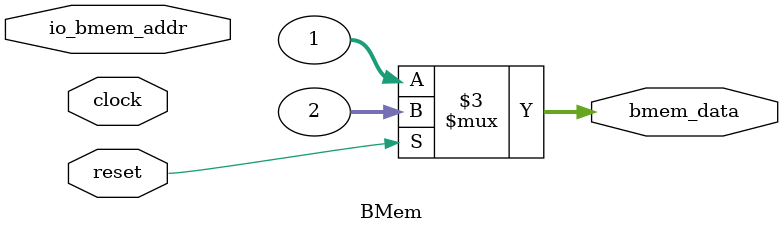
<source format=v>
module BMem( // @[:@1992.2]
  input         clock, // @[:@1993.4]
  input         reset, // @[:@1994.4]
  input  [31:0] io_bmem_addr, // @[:@1995.4]
  output reg [31:0] bmem_data // @[:@1995.4]
);
  always @(*) begin
    if(reset) begin
      bmem_data <= 2;
    end else begin
      bmem_data <= 1;
    end
    // case(io_bmem_addr) 
    // 0: bmem_data <= 32'h03;
    // 1: bmem_data <= 32'h13;
    // 2: bmem_data <= 32'h23; 
    // 3: bmem_data <= 32'h33;
    // 4: bmem_data <= 32'h43;
    // 5: bmem_data <= 32'h53;
    // default: bmem_data <= 0;
    // endcase
  end

endmodule
</source>
